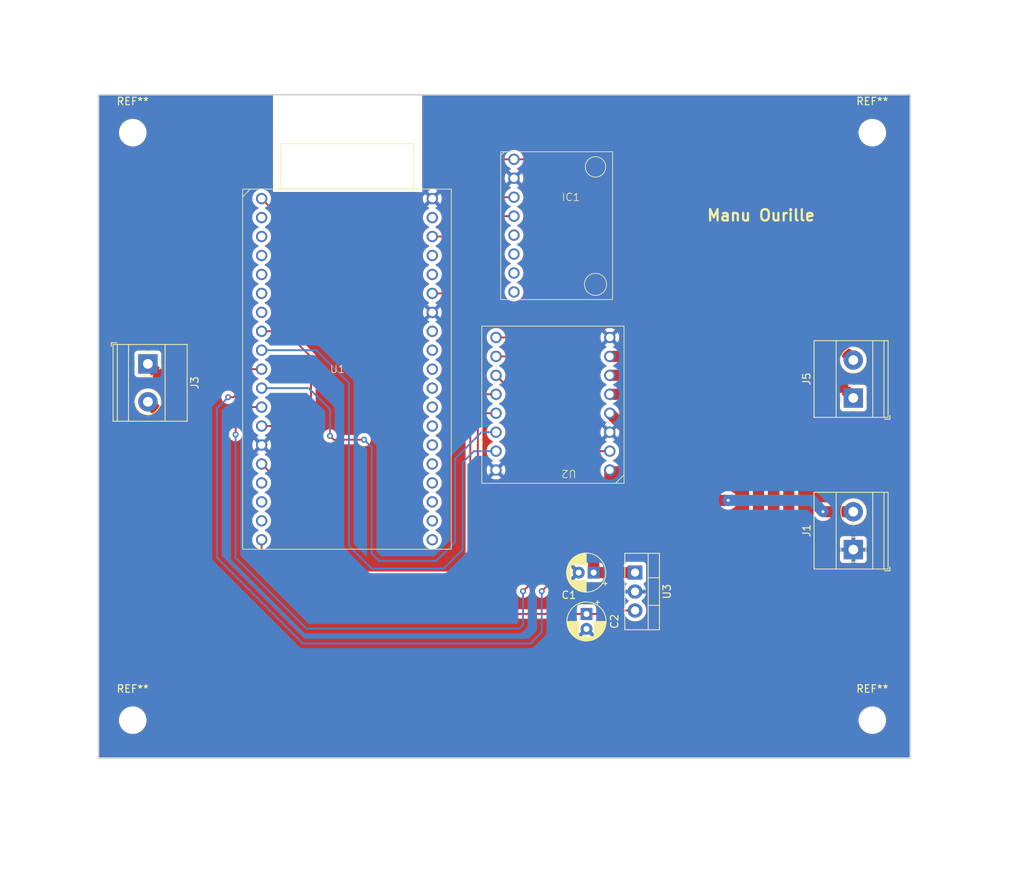
<source format=kicad_pcb>
(kicad_pcb (version 20221018) (generator pcbnew)
  (layers (0 "F.Cu" signal) (31 "B.Cu" signal) (34 "B.Paste" user) (35 "F.Paste" user) (36 "B.SilkS" user "B.Silkscreen") (37 "F.SilkS" user "F.Silkscreen") (38 "B.Mask" user) (39 "F.Mask" user) (44 "Edge.Cuts" user))
  (net 0 "")
  (net 1 "GND")
  (net 2 "Net-(U1-5V)")
  (net 3 "Net-(IC1-VCC)")
  (net 4 "Net-(IC1-SCL)")
  (net 5 "Net-(IC1-SDA)")
  (net 10 "A01")
  (net 11 "A02")
  (net 12 "B01")
  (net 13 "B02")
  (net 20 "STBY")
  (net 21 "PWMB")
  (net 22 "PWMA")
  (net 23 "BIN2")
  (net 24 "AIN2")
  (net 25 "BIN1")
  (net 26 "AIN1")
  (net 45 "Net-(J1-Pin_2)")
  (footprint "MountingHole:MountingHole_3.2mm_M3" (layer "F.Cu") (at 109.22 144.78)
    (fp_text reference "REF**" (at 0 -4.2) (layer "F.SilkS"))
    (fp_text value "MountingHole_3.2mm_M3")
    (pad "" np_thru_hole circle (at 0 0) (size 3.2 3.2) (drill 3.2) (layers "F&B.Cu" "*.Mask"))
  )
  (footprint "MountingHole:MountingHole_3.2mm_M3" (layer "F.Cu") (at 208.28 66.04)
    (fp_text reference "REF**" (at 0 -4.2) (layer "F.SilkS"))
    (fp_text value "MountingHole_3.2mm_M3")
    (pad "" np_thru_hole circle (at 0 0) (size 3.2 3.2) (drill 3.2) (layers "F&B.Cu" "*.Mask"))
  )
  (footprint "TerminalBlock_Phoenix:TerminalBlock_Phoenix_MKDS-1,5-2-5.08_1x02_P5.08mm_Horizontal" (layer "F.Cu") (at 205.74 101.6 90)
    (fp_text reference "J5" (at 2.54 -6.26 90) (layer "F.SilkS"))
    (fp_text value "Conn_01x02")
    (pad "1" thru_hole rect (at 0 0 90) (size 2.6 2.6) (drill 1.3) (layers "*.Cu" "*.Mask") (net 12 "B01"))
    (pad "2" thru_hole circle (at 5.08 0 90) (size 2.6 2.6) (drill 1.3) (layers "*.Cu" "*.Mask") (net 13 "B02"))
  )
  (footprint "Library:ESP32-devkitc-v4" (layer "F.Cu") (at 126.484 74.88)
    (fp_text reference "U1" (at 10.16 22.86 unlocked) (layer "F.SilkS") (effects (font (thickness 0.1))))
    (fp_text value "ESP32-devkitc")
    (pad "1" thru_hole circle (at 0 0) (size 1.524 1.524) (drill 1.02) (layers "*.Cu" "*.Mask") (net 3 "Net-(IC1-VCC)"))
    (pad "2" thru_hole circle (at 0 2.54) (size 1.524 1.524) (drill 1.02) (layers "*.Cu" "*.Mask"))
    (pad "3" thru_hole circle (at 0 5.08) (size 1.524 1.524) (drill 1.02) (layers "*.Cu" "*.Mask"))
    (pad "4" thru_hole circle (at 0 7.62) (size 1.524 1.524) (drill 1.02) (layers "*.Cu" "*.Mask"))
    (pad "5" thru_hole circle (at 0 10.16) (size 1.524 1.524) (drill 1.02) (layers "*.Cu" "*.Mask"))
    (pad "6" thru_hole circle (at 0 12.7) (size 1.524 1.524) (drill 1.02) (layers "*.Cu" "*.Mask"))
    (pad "7" thru_hole circle (at 0 15.24) (size 1.524 1.524) (drill 1.02) (layers "*.Cu" "*.Mask"))
    (pad "8" thru_hole circle (at 0 17.78) (size 1.524 1.524) (drill 1.02) (layers "*.Cu" "*.Mask") (net 20 "STBY"))
    (pad "9" thru_hole circle (at 0 20.32) (size 1.524 1.524) (drill 1.02) (layers "*.Cu" "*.Mask") (net 21 "PWMB"))
    (pad "10" thru_hole circle (at 0 22.86) (size 1.524 1.524) (drill 1.02) (layers "*.Cu" "*.Mask") (net 22 "PWMA"))
    (pad "11" thru_hole circle (at 0 25.4) (size 1.524 1.524) (drill 1.02) (layers "*.Cu" "*.Mask") (net 23 "BIN2"))
    (pad "12" thru_hole circle (at 0 27.94) (size 1.524 1.524) (drill 1.02) (layers "*.Cu" "*.Mask") (net 24 "AIN2"))
    (pad "13" thru_hole circle (at 0 30.48) (size 1.524 1.524) (drill 1.02) (layers "*.Cu" "*.Mask") (net 25 "BIN1"))
    (pad "14" thru_hole circle (at 0 33.02) (size 1.524 1.524) (drill 1.02) (layers "*.Cu" "*.Mask") (net 1 "GND"))
    (pad "15" thru_hole circle (at 0 35.56) (size 1.524 1.524) (drill 1.02) (layers "*.Cu" "*.Mask") (net 26 "AIN1"))
    (pad "16" thru_hole circle (at 0 38.1) (size 1.524 1.524) (drill 1.02) (layers "*.Cu" "*.Mask"))
    (pad "17" thru_hole circle (at 0 40.64) (size 1.524 1.524) (drill 1.02) (layers "*.Cu" "*.Mask"))
    (pad "18" thru_hole circle (at 0 43.18) (size 1.524 1.524) (drill 1.02) (layers "*.Cu" "*.Mask"))
    (pad "19" thru_hole circle (at 0 45.72) (size 1.524 1.524) (drill 1.02) (layers "*.Cu" "*.Mask") (net 2 "Net-(U1-5V)"))
    (pad "20" thru_hole circle (at 22.86 45.72) (size 1.524 1.524) (drill 1.02) (layers "*.Cu" "*.Mask"))
    (pad "21" thru_hole circle (at 22.86 43.18) (size 1.524 1.524) (drill 1.02) (layers "*.Cu" "*.Mask"))
    (pad "22" thru_hole circle (at 22.86 40.64) (size 1.524 1.524) (drill 1.02) (layers "*.Cu" "*.Mask"))
    (pad "23" thru_hole circle (at 22.86 38.1) (size 1.524 1.524) (drill 1.02) (layers "*.Cu" "*.Mask"))
    (pad "24" thru_hole circle (at 22.86 35.56) (size 1.524 1.524) (drill 1.02) (layers "*.Cu" "*.Mask"))
    (pad "25" thru_hole circle (at 22.86 33.02) (size 1.524 1.524) (drill 1.02) (layers "*.Cu" "*.Mask"))
    (pad "26" thru_hole circle (at 22.86 30.48) (size 1.524 1.524) (drill 1.02) (layers "*.Cu" "*.Mask"))
    (pad "27" thru_hole circle (at 22.86 27.94) (size 1.524 1.524) (drill 1.02) (layers "*.Cu" "*.Mask"))
    (pad "28" thru_hole circle (at 22.86 25.4) (size 1.524 1.524) (drill 1.02) (layers "*.Cu" "*.Mask"))
    (pad "29" thru_hole circle (at 22.86 22.86) (size 1.524 1.524) (drill 1.02) (layers "*.Cu" "*.Mask"))
    (pad "30" thru_hole circle (at 22.86 20.32) (size 1.524 1.524) (drill 1.02) (layers "*.Cu" "*.Mask"))
    (pad "31" thru_hole circle (at 22.86 17.78) (size 1.524 1.524) (drill 1.02) (layers "*.Cu" "*.Mask"))
    (pad "32" thru_hole circle (at 22.86 15.24) (size 1.524 1.524) (drill 1.02) (layers "*.Cu" "*.Mask") (net 1 "GND"))
    (pad "33" thru_hole circle (at 22.86 12.7) (size 1.524 1.524) (drill 1.02) (layers "*.Cu" "*.Mask") (net 5 "Net-(IC1-SDA)"))
    (pad "34" thru_hole circle (at 22.86 10.16) (size 1.524 1.524) (drill 1.02) (layers "*.Cu" "*.Mask"))
    (pad "35" thru_hole circle (at 22.86 7.62) (size 1.524 1.524) (drill 1.02) (layers "*.Cu" "*.Mask"))
    (pad "36" thru_hole circle (at 22.86 5.08) (size 1.524 1.524) (drill 1.02) (layers "*.Cu" "*.Mask") (net 4 "Net-(IC1-SCL)"))
    (pad "37" thru_hole circle (at 22.86 2.54) (size 1.524 1.524) (drill 1.02) (layers "*.Cu" "*.Mask"))
    (pad "38" thru_hole circle (at 22.86 0) (size 1.524 1.524) (drill 1.02) (layers "*.Cu" "*.Mask") (net 1 "GND"))
  )
  (footprint "TerminalBlock_Phoenix:TerminalBlock_Phoenix_MKDS-1,5-2-5.08_1x02_P5.08mm_Horizontal" (layer "F.Cu") (at 205.74 121.92 90)
    (fp_text reference "J1" (at 2.54 -6.26 90) (layer "F.SilkS"))
    (fp_text value "Conn_01x02")
    (pad "1" thru_hole rect (at 0 0 90) (size 2.6 2.6) (drill 1.3) (layers "*.Cu" "*.Mask") (net 1 "GND"))
    (pad "2" thru_hole circle (at 5.08 0 90) (size 2.6 2.6) (drill 1.3) (layers "*.Cu" "*.Mask") (net 45 "Net-(J1-Pin_2)"))
  )
  (footprint "Library:TB6612FNG" (layer "F.Cu") (at 173.12 111.263 180)
    (fp_text reference "U2" (at 5.48 -0.497 180 unlocked) (layer "F.SilkS") (effects (font (thickness 0.1))))
    (fp_text value "TB6612FNG")
    (pad "1" thru_hole circle (at 0 0 180) (size 1.524 1.524) (drill 1.02) (layers "*.Cu" "*.Mask") (net 45 "Net-(J1-Pin_2)"))
    (pad "2" thru_hole circle (at 0 2.54 180) (size 1.524 1.524) (drill 1.02) (layers "*.Cu" "*.Mask") (net 3 "Net-(IC1-VCC)"))
    (pad "3" thru_hole circle (at 0 5.08 180) (size 1.524 1.524) (drill 1.02) (layers "*.Cu" "*.Mask") (net 1 "GND"))
    (pad "4" thru_hole circle (at 0 7.62 180) (size 1.524 1.524) (drill 1.02) (layers "*.Cu" "*.Mask") (net 10 "A01"))
    (pad "5" thru_hole circle (at 0 10.16 180) (size 1.524 1.524) (drill 1.02) (layers "*.Cu" "*.Mask") (net 11 "A02"))
    (pad "6" thru_hole circle (at 0 12.7 180) (size 1.524 1.524) (drill 1.02) (layers "*.Cu" "*.Mask") (net 12 "B01"))
    (pad "7" thru_hole circle (at 0 15.24 180) (size 1.524 1.524) (drill 1.02) (layers "*.Cu" "*.Mask") (net 13 "B02"))
    (pad "8" thru_hole circle (at 0 17.78 180) (size 1.524 1.524) (drill 1.02) (layers "*.Cu" "*.Mask") (net 1 "GND"))
    (pad "9" thru_hole circle (at 15.24 0 180) (size 1.524 1.524) (drill 1.02) (layers "*.Cu" "*.Mask") (net 1 "GND"))
    (pad "10" thru_hole circle (at 15.24 2.54 180) (size 1.524 1.524) (drill 1.02) (layers "*.Cu" "*.Mask") (net 21 "PWMB"))
    (pad "11" thru_hole circle (at 15.24 5.08 180) (size 1.524 1.524) (drill 1.02) (layers "*.Cu" "*.Mask") (net 23 "BIN2"))
    (pad "12" thru_hole circle (at 15.24 7.62 180) (size 1.524 1.524) (drill 1.02) (layers "*.Cu" "*.Mask") (net 25 "BIN1"))
    (pad "13" thru_hole circle (at 15.24 10.16 180) (size 1.524 1.524) (drill 1.02) (layers "*.Cu" "*.Mask") (net 20 "STBY"))
    (pad "14" thru_hole circle (at 15.24 12.7 180) (size 1.524 1.524) (drill 1.02) (layers "*.Cu" "*.Mask") (net 26 "AIN1"))
    (pad "15" thru_hole circle (at 15.24 15.24 180) (size 1.524 1.524) (drill 1.02) (layers "*.Cu" "*.Mask") (net 24 "AIN2"))
    (pad "16" thru_hole circle (at 15.24 17.78 180) (size 1.524 1.524) (drill 1.02) (layers "*.Cu" "*.Mask") (net 22 "PWMA"))
  )
  (footprint "Capacitor_THT:CP_Radial_D5.0mm_P2.00mm" (layer "F.Cu") (at 170 130.544888 -90)
    (fp_text reference "C2" (at 1 -3.75 90) (layer "F.SilkS"))
    (fp_text value "0.1 uF")
    (pad "1" thru_hole rect (at 0 0 270) (size 1.6 1.6) (drill 0.8) (layers "*.Cu" "*.Mask") (net 2 "Net-(U1-5V)"))
    (pad "2" thru_hole circle (at 2 0 270) (size 1.6 1.6) (drill 0.8) (layers "*.Cu" "*.Mask") (net 1 "GND"))
  )
  (footprint "Package_TO_SOT_THT:TO-220-3_Vertical" (layer "F.Cu") (at 176.5 125 -90)
    (fp_text reference "U3" (at 2.54 -4.27 90) (layer "F.SilkS"))
    (fp_text value "LM7805_TO220")
    (pad "1" thru_hole rect (at 0 0 270) (size 1.905 2) (drill 1.1) (layers "*.Cu" "*.Mask") (net 45 "Net-(J1-Pin_2)"))
    (pad "2" thru_hole oval (at 2.54 0 270) (size 1.905 2) (drill 1.1) (layers "*.Cu" "*.Mask") (net 1 "GND"))
    (pad "3" thru_hole oval (at 5.08 0 270) (size 1.905 2) (drill 1.1) (layers "*.Cu" "*.Mask") (net 2 "Net-(U1-5V)"))
  )
  (footprint "MountingHole:MountingHole_3.2mm_M3" (layer "F.Cu") (at 208.28 144.78)
    (fp_text reference "REF**" (at 0 -4.2) (layer "F.SilkS"))
    (fp_text value "MountingHole_3.2mm_M3")
    (pad "" np_thru_hole circle (at 0 0) (size 3.2 3.2) (drill 3.2) (layers "F&B.Cu" "*.Mask"))
  )
  (footprint "MountingHole:MountingHole_3.2mm_M3" (layer "F.Cu") (at 109.22 66.04)
    (fp_text reference "REF**" (at 0 -4.2) (layer "F.SilkS"))
    (fp_text value "MountingHole_3.2mm_M3")
    (pad "" np_thru_hole circle (at 0 0) (size 3.2 3.2) (drill 3.2) (layers "F&B.Cu" "*.Mask"))
  )
  (footprint "Library:MPU6050" (layer "F.Cu") (at 160.285 69.61)
    (fp_text reference "IC1" (at 7.62 5.08 unlocked) (layer "F.SilkS") (effects (font (thickness 0.1))))
    (fp_text value "MPU-6050")
    (pad "1" thru_hole circle (at 0 0) (size 1.524 1.524) (drill 1.02) (layers "*.Cu" "*.Mask") (net 3 "Net-(IC1-VCC)"))
    (pad "2" thru_hole circle (at 0 2.54) (size 1.524 1.524) (drill 1.02) (layers "*.Cu" "*.Mask") (net 1 "GND"))
    (pad "3" thru_hole circle (at 0 5.08) (size 1.524 1.524) (drill 1.02) (layers "*.Cu" "*.Mask") (net 4 "Net-(IC1-SCL)"))
    (pad "4" thru_hole circle (at 0 7.62) (size 1.524 1.524) (drill 1.02) (layers "*.Cu" "*.Mask") (net 5 "Net-(IC1-SDA)"))
    (pad "5" thru_hole circle (at 0 10.16) (size 1.524 1.524) (drill 1.02) (layers "*.Cu" "*.Mask"))
    (pad "6" thru_hole circle (at 0 12.7) (size 1.524 1.524) (drill 1.02) (layers "*.Cu" "*.Mask"))
    (pad "7" thru_hole circle (at 0 15.24) (size 1.524 1.524) (drill 1.02) (layers "*.Cu" "*.Mask"))
    (pad "8" thru_hole circle (at 0 17.78) (size 1.524 1.524) (drill 1.02) (layers "*.Cu" "*.Mask"))
  )
  (footprint "TerminalBlock_Phoenix:TerminalBlock_Phoenix_MKDS-1,5-2-5.08_1x02_P5.08mm_Horizontal" (layer "F.Cu") (at 111.252 97.028 -90)
    (fp_text reference "J3" (at 2.54 -6.26 90) (layer "F.SilkS"))
    (fp_text value "Conn_01x02")
    (pad "1" thru_hole rect (at 0 0 270) (size 2.6 2.6) (drill 1.3) (layers "*.Cu" "*.Mask") (net 10 "A01"))
    (pad "2" thru_hole circle (at 5.08 0 270) (size 2.6 2.6) (drill 1.3) (layers "*.Cu" "*.Mask") (net 11 "A02"))
  )
  (footprint "Capacitor_THT:CP_Radial_D5.0mm_P2.00mm" (layer "F.Cu") (at 170.955113 125 180)
    (fp_text reference "C1" (at 3.315113 -3.016) (layer "F.SilkS"))
    (fp_text value "0.33 uF")
    (pad "1" thru_hole rect (at 0 0 180) (size 1.6 1.6) (drill 0.8) (layers "*.Cu" "*.Mask") (net 45 "Net-(J1-Pin_2)"))
    (pad "2" thru_hole circle (at 2 0 180) (size 1.6 1.6) (drill 0.8) (layers "*.Cu" "*.Mask") (net 1 "GND"))
  )
  (gr_rect (start 104.648 60.96) (end 213.36 149.86) (stroke (width 0.2)) (fill none) (layer "Edge.Cuts"))
  (gr_text "Manu Ourille" (at 186 78) (layer "F.SilkS") (effects (font (size 1.5 1.5) (thickness 0.3) bold) (justify left bottom)))
  (segment (start 172.455112 130.544888) (end 170 130.544888) (width 0.25) (layer "F.Cu") (net 2))
  (segment (start 172.92 130.08) (end 172.455112 130.544888) (width 0.25) (layer "F.Cu") (net 2))
  (segment (start 170 130.544888) (end 133.544888 130.544888) (width 0.25) (layer "F.Cu") (net 2))
  (segment (start 176.5 130.08) (end 172.92 130.08) (width 0.25) (layer "F.Cu") (net 2))
  (segment (start 133.544888 130.544888) (end 126.484 123.484) (width 0.25) (layer "F.Cu") (net 2))
  (segment (start 126.484 123.484) (end 126.484 120.6) (width 0.25) (layer "F.Cu") (net 2))
  (segment (start 147 80) (end 145 82) (width 0.25) (layer "F.Cu") (net 3))
  (segment (start 147 75.5) (end 147 80) (width 0.25) (layer "F.Cu") (net 3))
  (segment (start 129 77.396) (end 126.484 74.88) (width 0.25) (layer "F.Cu") (net 3))
  (segment (start 165.11 69.61) (end 160.285 69.61) (width 0.25) (layer "F.Cu") (net 3))
  (segment (start 129 80) (end 129 77.396) (width 0.25) (layer "F.Cu") (net 3))
  (segment (start 173.12 108.723) (end 171.223 108.723) (width 0.25) (layer "F.Cu") (net 3))
  (segment (start 168 105.5) (end 168 72.5) (width 0.25) (layer "F.Cu") (net 3))
  (segment (start 145 82) (end 131 82) (width 0.25) (layer "F.Cu") (net 3))
  (segment (start 131 82) (end 129 80) (width 0.25) (layer "F.Cu") (net 3))
  (segment (start 168 72.5) (end 165.11 69.61) (width 0.25) (layer "F.Cu") (net 3))
  (segment (start 152.89 69.61) (end 147 75.5) (width 0.25) (layer "F.Cu") (net 3))
  (segment (start 171.223 108.723) (end 168 105.5) (width 0.25) (layer "F.Cu") (net 3))
  (segment (start 160.285 69.61) (end 152.89 69.61) (width 0.25) (layer "F.Cu") (net 3))
  (segment (start 152.23 79.96) (end 157.5 74.69) (width 0.25) (layer "F.Cu") (net 4))
  (segment (start 149.344 79.96) (end 152.23 79.96) (width 0.25) (layer "F.Cu") (net 4))
  (segment (start 157.5 74.69) (end 160.285 74.69) (width 0.25) (layer "F.Cu") (net 4))
  (segment (start 154 84.5) (end 150.92 87.58) (width 0.25) (layer "F.Cu") (net 5))
  (segment (start 150.92 87.58) (end 149.344 87.58) (width 0.25) (layer "F.Cu") (net 5))
  (segment (start 158.27 77.23) (end 154 81.5) (width 0.25) (layer "F.Cu") (net 5))
  (segment (start 160.285 77.23) (end 158.27 77.23) (width 0.25) (layer "F.Cu") (net 5))
  (segment (start 154 81.5) (end 154 84.5) (width 0.25) (layer "F.Cu") (net 5))
  (segment (start 173.12 103.643) (end 177.437 107.96) (width 1.5) (layer "F.Cu") (net 10))
  (segment (start 126 137.5) (end 117.5 129) (width 1.5) (layer "F.Cu") (net 10))
  (segment (start 193.04 109.22) (end 193.04 134.96) (width 1.5) (layer "F.Cu") (net 10))
  (segment (start 193.04 134.96) (end 190.5 137.5) (width 1.5) (layer "F.Cu") (net 10))
  (segment (start 117.5 103.276) (end 111.252 97.028) (width 1.5) (layer "F.Cu") (net 10))
  (segment (start 117.5 129) (end 117.5 103.276) (width 1.5) (layer "F.Cu") (net 10))
  (segment (start 191.78 107.96) (end 193.04 109.22) (width 1.5) (layer "F.Cu") (net 10))
  (segment (start 177.437 107.96) (end 191.78 107.96) (width 1.5) (layer "F.Cu") (net 10))
  (segment (start 190.5 137.5) (end 126 137.5) (width 1.5) (layer "F.Cu") (net 10))
  (segment (start 197.104 105.41) (end 195.834 104.14) (width 1.5) (layer "F.Cu") (net 11))
  (segment (start 180.594 104.14) (end 177.546 101.092) (width 1.5) (layer "F.Cu") (net 11))
  (segment (start 111.252 102.108) (end 113.5 104.356) (width 1.5) (layer "F.Cu") (net 11))
  (segment (start 177.535 101.103) (end 173.12 101.103) (width 1.5) (layer "F.Cu") (net 11))
  (segment (start 192.278 142.24) (end 197.104 137.414) (width 1.5) (layer "F.Cu") (net 11))
  (segment (start 113.5 130) (end 125.74 142.24) (width 1.5) (layer "F.Cu") (net 11))
  (segment (start 177.546 101.092) (end 177.535 101.103) (width 1.5) (layer "F.Cu") (net 11))
  (segment (start 197.104 137.414) (end 197.104 105.41) (width 1.5) (layer "F.Cu") (net 11))
  (segment (start 113.5 104.356) (end 113.5 130) (width 1.5) (layer "F.Cu") (net 11))
  (segment (start 195.834 104.14) (end 180.594 104.14) (width 1.5) (layer "F.Cu") (net 11))
  (segment (start 125.74 142.24) (end 192.278 142.24) (width 1.5) (layer "F.Cu") (net 11))
  (segment (start 199.185 95.045) (end 205.74 101.6) (width 1.5) (layer "F.Cu") (net 12))
  (segment (start 173.12 98.563) (end 180.5 98.5) (width 1.5) (layer "F.Cu") (net 12))
  (segment (start 180.5 98.5) (end 184.455 95.045) (width 1.5) (layer "F.Cu") (net 12))
  (segment (start 184.455 95.045) (end 199.185 95.045) (width 1.5) (layer "F.Cu") (net 12))
  (segment (start 180 94) (end 184.035 89.965) (width 1.5) (layer "F.Cu") (net 13))
  (segment (start 184.035 89.965) (end 199.185 89.965) (width 1.5) (layer "F.Cu") (net 13))
  (segment (start 173.12 96.023) (end 174.977 96.023) (width 1.5) (layer "F.Cu") (net 13))
  (segment (start 174.977 96.023) (end 177 94) (width 1.5) (layer "F.Cu") (net 13))
  (segment (start 177 94) (end 180 94) (width 1.5) (layer "F.Cu") (net 13))
  (segment (start 199.185 89.965) (end 205.74 96.52) (width 1.5) (layer "F.Cu") (net 13))
  (segment (start 154.432 101.568) (end 154.432 122.936) (width 0.25) (layer "F.Cu") (net 20))
  (segment (start 133.096 118.872) (end 133.096 96.096) (width 0.25) (layer "F.Cu") (net 20))
  (segment (start 129.66 92.66) (end 126.484 92.66) (width 0.25) (layer "F.Cu") (net 20))
  (segment (start 151.892 125.476) (end 139.7 125.476) (width 0.25) (layer "F.Cu") (net 20))
  (segment (start 157.88 101.103) (end 154.897 101.103) (width 0.25) (layer "F.Cu") (net 20))
  (segment (start 154.432 122.936) (end 151.892 125.476) (width 0.25) (layer "F.Cu") (net 20))
  (segment (start 133.096 96.096) (end 129.66 92.66) (width 0.25) (layer "F.Cu") (net 20))
  (segment (start 154.897 101.103) (end 154.432 101.568) (width 0.25) (layer "F.Cu") (net 20))
  (segment (start 139.7 125.476) (end 133.096 118.872) (width 0.25) (layer "F.Cu") (net 20))
  (segment (start 154.929 108.723) (end 157.88 108.723) (width 0.25) (layer "B.Cu") (net 21))
  (segment (start 138.176 121.412) (end 141.224 124.46) (width 0.25) (layer "B.Cu") (net 21))
  (segment (start 133.808 95.2) (end 138.176 99.568) (width 0.25) (layer "B.Cu") (net 21))
  (segment (start 153.416 110.236) (end 154.929 108.723) (width 0.25) (layer "B.Cu") (net 21))
  (segment (start 150.876 124.46) (end 153.416 121.92) (width 0.25) (layer "B.Cu") (net 21))
  (segment (start 138.176 99.568) (end 138.176 121.412) (width 0.25) (layer "B.Cu") (net 21))
  (segment (start 153.416 121.92) (end 153.416 110.236) (width 0.25) (layer "B.Cu") (net 21))
  (segment (start 126.484 95.2) (end 133.808 95.2) (width 0.25) (layer "B.Cu") (net 21))
  (segment (start 141.224 124.46) (end 150.876 124.46) (width 0.25) (layer "B.Cu") (net 21))
  (segment (start 165.5 126) (end 164 127.5) (width 0.25) (layer "F.Cu") (net 22))
  (segment (start 157.88 93.483) (end 163.483 93.483) (width 0.25) (layer "F.Cu") (net 22))
  (segment (start 123 98) (end 123.26 97.74) (width 0.25) (layer "F.Cu") (net 22))
  (segment (start 123.26 97.74) (end 126.484 97.74) (width 0.25) (layer "F.Cu") (net 22))
  (segment (start 165.5 95.5) (end 165.5 126) (width 0.25) (layer "F.Cu") (net 22))
  (segment (start 163.483 93.483) (end 165.5 95.5) (width 0.25) (layer "F.Cu") (net 22))
  (segment (start 122.724 101.5) (end 123 101.224) (width 0.25) (layer "F.Cu") (net 22))
  (segment (start 123 101.224) (end 123 98) (width 0.25) (layer "F.Cu") (net 22))
  (segment (start 122 101.5) (end 122.724 101.5) (width 0.25) (layer "F.Cu") (net 22))
  (via (at 164 127.5) (size 0.8) (drill 0.4) (layers "F.Cu" "B.Cu") (net 22))
  (via (at 122 101.5) (size 0.8) (drill 0.4) (layers "F.Cu" "B.Cu") (net 22))
  (segment (start 132 134.5) (end 120.5 123) (width 0.25) (layer "B.Cu") (net 22))
  (segment (start 120.5 123) (end 120.5 103) (width 0.25) (layer "B.Cu") (net 22))
  (segment (start 120.5 103) (end 122 101.5) (width 0.25) (layer "B.Cu") (net 22))
  (segment (start 164 127.5) (end 164 133) (width 0.25) (layer "B.Cu") (net 22))
  (segment (start 164 133) (end 162.5 134.5) (width 0.25) (layer "B.Cu") (net 22))
  (segment (start 162.5 134.5) (end 132 134.5) (width 0.25) (layer "B.Cu") (net 22))
  (segment (start 140.208 107.188) (end 136.144 107.188) (width 0.25) (layer "F.Cu") (net 23))
  (segment (start 136.144 107.188) (end 135.636 106.68) (width 0.25) (layer "F.Cu") (net 23))
  (via (at 140.208 107.188) (size 0.8) (drill 0.4) (layers "F.Cu" "B.Cu") (net 23))
  (via (at 135.636 106.68) (size 0.8) (drill 0.4) (layers "F.Cu" "B.Cu") (net 23))
  (segment (start 157.88 106.183) (end 155.945 106.183) (width 0.25) (layer "B.Cu") (net 23))
  (segment (start 142.24 123.444) (end 141.224 122.428) (width 0.25) (layer "B.Cu") (net 23))
  (segment (start 135.636 103.124) (end 132.792 100.28) (width 0.25) (layer "B.Cu") (net 23))
  (segment (start 135.636 106.68) (end 135.636 103.124) (width 0.25) (layer "B.Cu") (net 23))
  (segment (start 141.224 122.428) (end 141.224 108.204) (width 0.25) (layer "B.Cu") (net 23))
  (segment (start 149.86 123.444) (end 142.24 123.444) (width 0.25) (layer "B.Cu") (net 23))
  (segment (start 155.945 106.183) (end 152.4 109.728) (width 0.25) (layer "B.Cu") (net 23))
  (segment (start 152.4 109.728) (end 152.4 120.904) (width 0.25) (layer "B.Cu") (net 23))
  (segment (start 132.792 100.28) (end 126.484 100.28) (width 0.25) (layer "B.Cu") (net 23))
  (segment (start 152.4 120.904) (end 149.86 123.444) (width 0.25) (layer "B.Cu") (net 23))
  (segment (start 141.224 108.204) (end 140.208 107.188) (width 0.25) (layer "B.Cu") (net 23))
  (segment (start 124.18 102.82) (end 126.484 102.82) (width 0.25) (layer "F.Cu") (net 24))
  (segment (start 162.5 126.5) (end 161.5 127.5) (width 0.25) (layer "F.Cu") (net 24))
  (segment (start 123 104) (end 124.18 102.82) (width 0.25) (layer "F.Cu") (net 24))
  (segment (start 123 106.5) (end 123 104) (width 0.25) (layer "F.Cu") (net 24))
  (segment (start 162.023 96.023) (end 162.5 96.5) (width 0.25) (layer "F.Cu") (net 24))
  (segment (start 162.5 96.5) (end 162.5 126.5) (width 0.25) (layer "F.Cu") (net 24))
  (segment (start 157.88 96.023) (end 162.023 96.023) (width 0.25) (layer "F.Cu") (net 24))
  (via (at 123 106.5) (size 0.8) (drill 0.4) (layers "F.Cu" "B.Cu") (net 24))
  (via (at 161.5 127.5) (size 0.8) (drill 0.4) (layers "F.Cu" "B.Cu") (net 24))
  (segment (start 161.5 132) (end 161 132.5) (width 0.25) (layer "B.Cu") (net 24))
  (segment (start 132.5 132.5) (end 125 125) (width 0.25) (layer "B.Cu") (net 24))
  (segment (start 125 125) (end 123 123) (width 0.25) (layer "B.Cu") (net 24))
  (segment (start 161 132.5) (end 132.5 132.5) (width 0.25) (layer "B.Cu") (net 24))
  (segment (start 161.5 127.5) (end 161.5 132) (width 0.25) (layer "B.Cu") (net 24))
  (segment (start 123 123) (end 123 106.5) (width 0.25) (layer "B.Cu") (net 24))
  (segment (start 157.88 103.643) (end 156.357 103.643) (width 0.25) (layer "F.Cu") (net 25))
  (segment (start 131.5 119.5) (end 131.5 108.5) (width 0.25) (layer "F.Cu") (net 25))
  (segment (start 128.36 105.36) (end 126.484 105.36) (width 0.25) (layer "F.Cu") (net 25))
  (segment (start 152.5 127) (end 139 127) (width 0.25) (layer "F.Cu") (net 25))
  (segment (start 139 127) (end 131.5 119.5) (width 0.25) (layer "F.Cu") (net 25))
  (segment (start 155.448 104.552) (end 155.448 124.052) (width 0.25) (layer "F.Cu") (net 25))
  (segment (start 155.448 124.052) (end 152.5 127) (width 0.25) (layer "F.Cu") (net 25))
  (segment (start 131.5 108.5) (end 128.36 105.36) (width 0.25) (layer "F.Cu") (net 25))
  (segment (start 156.357 103.643) (end 155.448 104.552) (width 0.25) (layer "F.Cu") (net 25))
  (segment (start 129 112.956) (end 126.484 110.44) (width 0.25) (layer "F.Cu") (net 26))
  (segment (start 156 128.5) (end 136.5 128.5) (width 0.25) (layer "F.Cu") (net 26))
  (segment (start 136.5 128.5) (end 129 121) (width 0.25) (layer "F.Cu") (net 26))
  (segment (start 160.5 124) (end 156 128.5) (width 0.25) (layer "F.Cu") (net 26))
  (segment (start 160.5 101.183) (end 160.5 124) (width 0.25) (layer "F.Cu") (net 26))
  (segment (start 129 121) (end 129 112.956) (width 0.25) (layer "F.Cu") (net 26))
  (segment (start 157.88 98.563) (end 160.5 101.183) (width 0.25) (layer "F.Cu") (net 26))
  (segment (start 181.92 111.5) (end 173.357 111.5) (width 1.5) (layer "F.Cu") (net 45))
  (segment (start 173.357 111.5) (end 173.12 111.263) (width 1.5) (layer "F.Cu") (net 45))
  (segment (start 170.955113 120.044887) (end 170.955113 125) (width 1.5) (layer "F.Cu") (net 45))
  (segment (start 176.5 125) (end 170.955113 125) (width 1.5) (layer "F.Cu") (net 45))
  (segment (start 185.741 115.321) (end 188.971 115.321) (width 1.5) (layer "F.Cu") (net 45))
  (segment (start 173.12 117.88) (end 170.955113 120.044887) (width 1.5) (layer "F.Cu") (net 45))
  (segment (start 201.676 116.84) (end 205.74 116.84) (width 1.5) (layer "F.Cu") (net 45))
  (segment (start 185.741 115.321) (end 181.92 111.5) (width 1.5) (layer "F.Cu") (net 45))
  (segment (start 188.971 115.321) (end 188.976 115.316) (width 1.5) (layer "F.Cu") (net 45))
  (segment (start 173.12 111.263) (end 173.12 117.88) (width 1.5) (layer "F.Cu") (net 45))
  (via (at 201.676 116.84) (size 0.8) (drill 0.4) (layers "F.Cu" "B.Cu") (net 45))
  (via (at 188.976 115.316) (size 0.8) (drill 0.4) (layers "F.Cu" "B.Cu") (net 45))
  (segment (start 188.976 115.316) (end 200.152 115.316) (width 1.5) (layer "B.Cu") (net 45))
  (segment (start 200.152 115.316) (end 201.676 116.84) (width 1.5) (layer "B.Cu") (net 45))
  (zone (net 0) (net_name "") (layers "F&B.Cu") (connect_pads (clearance 0)) (min_thickness 0.25)
    (keepout (tracks not_allowed) (vias not_allowed) (pads not_allowed) (copperpour not_allowed) (footprints allowed))
    (fill (thermal_gap 0.5) (thermal_bridge_width 0.5))
    (polygon (pts (xy 148 74) (xy 128 74) (xy 128 60) (xy 148 60)))
  )
  (zone (net 1) (net_name "GND") (layers "F&B.Cu") (connect_pads (clearance 0.5)) (min_thickness 0.25) (fill yes (thermal_gap 0.5) (thermal_bridge_width 0.5))
    (polygon (pts (xy 91.44 48.26) (xy 228.6 48.26) (xy 228.6 165.1) (xy 91.44 165.1)))
  )
)
</source>
